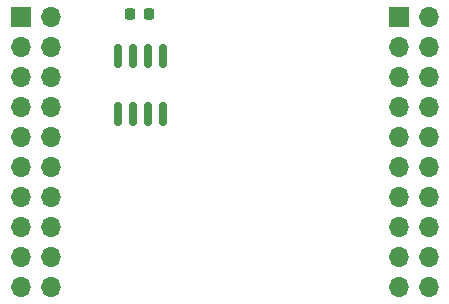
<source format=gbr>
%TF.GenerationSoftware,KiCad,Pcbnew,7.0.9*%
%TF.CreationDate,2024-01-12T22:07:47+01:00*%
%TF.ProjectId,board,626f6172-642e-46b6-9963-61645f706362,rev?*%
%TF.SameCoordinates,Original*%
%TF.FileFunction,Soldermask,Top*%
%TF.FilePolarity,Negative*%
%FSLAX46Y46*%
G04 Gerber Fmt 4.6, Leading zero omitted, Abs format (unit mm)*
G04 Created by KiCad (PCBNEW 7.0.9) date 2024-01-12 22:07:47*
%MOMM*%
%LPD*%
G01*
G04 APERTURE LIST*
G04 Aperture macros list*
%AMRoundRect*
0 Rectangle with rounded corners*
0 $1 Rounding radius*
0 $2 $3 $4 $5 $6 $7 $8 $9 X,Y pos of 4 corners*
0 Add a 4 corners polygon primitive as box body*
4,1,4,$2,$3,$4,$5,$6,$7,$8,$9,$2,$3,0*
0 Add four circle primitives for the rounded corners*
1,1,$1+$1,$2,$3*
1,1,$1+$1,$4,$5*
1,1,$1+$1,$6,$7*
1,1,$1+$1,$8,$9*
0 Add four rect primitives between the rounded corners*
20,1,$1+$1,$2,$3,$4,$5,0*
20,1,$1+$1,$4,$5,$6,$7,0*
20,1,$1+$1,$6,$7,$8,$9,0*
20,1,$1+$1,$8,$9,$2,$3,0*%
G04 Aperture macros list end*
%ADD10RoundRect,0.225000X-0.225000X-0.250000X0.225000X-0.250000X0.225000X0.250000X-0.225000X0.250000X0*%
%ADD11RoundRect,0.150000X-0.150000X0.825000X-0.150000X-0.825000X0.150000X-0.825000X0.150000X0.825000X0*%
%ADD12R,1.700000X1.700000*%
%ADD13O,1.700000X1.700000*%
G04 APERTURE END LIST*
D10*
%TO.C,C1*%
X109745000Y-97500000D03*
X111295000Y-97500000D03*
%TD*%
D11*
%TO.C,U1*%
X112500000Y-101050000D03*
X111230000Y-101050000D03*
X109960000Y-101050000D03*
X108690000Y-101050000D03*
X108690000Y-106000000D03*
X109960000Y-106000000D03*
X111230000Y-106000000D03*
X112500000Y-106000000D03*
%TD*%
D12*
%TO.C,J1*%
X132460000Y-97740000D03*
D13*
X135000000Y-97740000D03*
X132460000Y-100280000D03*
X135000000Y-100280000D03*
X132460000Y-102820000D03*
X135000000Y-102820000D03*
X132460000Y-105360000D03*
X135000000Y-105360000D03*
X132460000Y-107900000D03*
X135000000Y-107900000D03*
X132460000Y-110440000D03*
X135000000Y-110440000D03*
X132460000Y-112980000D03*
X135000000Y-112980000D03*
X132460000Y-115520000D03*
X135000000Y-115520000D03*
X132460000Y-118060000D03*
X135000000Y-118060000D03*
X132460000Y-120600000D03*
X135000000Y-120600000D03*
%TD*%
D12*
%TO.C,J2*%
X100460000Y-97740000D03*
D13*
X103000000Y-97740000D03*
X100460000Y-100280000D03*
X103000000Y-100280000D03*
X100460000Y-102820000D03*
X103000000Y-102820000D03*
X100460000Y-105360000D03*
X103000000Y-105360000D03*
X100460000Y-107900000D03*
X103000000Y-107900000D03*
X100460000Y-110440000D03*
X103000000Y-110440000D03*
X100460000Y-112980000D03*
X103000000Y-112980000D03*
X100460000Y-115520000D03*
X103000000Y-115520000D03*
X100460000Y-118060000D03*
X103000000Y-118060000D03*
X100460000Y-120600000D03*
X103000000Y-120600000D03*
%TD*%
M02*

</source>
